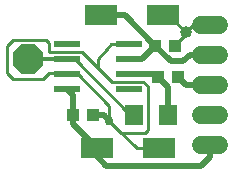
<source format=gbr>
G04 EAGLE Gerber RS-274X export*
G75*
%MOMM*%
%FSLAX34Y34*%
%LPD*%
%INTop Copper*%
%IPPOS*%
%AMOC8*
5,1,8,0,0,1.08239X$1,22.5*%
G01*
%ADD10R,2.750000X1.800000*%
%ADD11R,1.100000X1.000000*%
%ADD12R,1.000000X1.100000*%
%ADD13R,2.209800X0.609600*%
%ADD14C,1.524000*%
%ADD15R,1.600000X1.803000*%
%ADD16P,2.749271X8X22.500000*%
%ADD17C,0.508000*%
%ADD18C,0.254000*%
%ADD19C,0.756400*%
%ADD20C,1.016000*%
%ADD21C,0.355600*%


D10*
X95035Y135255D03*
X147535Y135255D03*
X91225Y22225D03*
X143725Y22225D03*
D11*
X140725Y109220D03*
X157725Y109220D03*
X70875Y50165D03*
X87875Y50165D03*
D12*
X143265Y82550D03*
X160265Y82550D03*
D13*
X65913Y110490D03*
X118237Y110490D03*
X65913Y97790D03*
X65913Y85090D03*
X118237Y97790D03*
X118237Y85090D03*
X65913Y72390D03*
X118237Y72390D03*
D14*
X179705Y127000D02*
X194945Y127000D01*
X194945Y101600D02*
X179705Y101600D01*
X179705Y76200D02*
X194945Y76200D01*
X194945Y50800D02*
X179705Y50800D01*
X179705Y25400D02*
X194945Y25400D01*
D15*
X122940Y50800D03*
X151380Y50800D03*
D16*
X33020Y97790D03*
D17*
X151380Y74435D02*
X151380Y50800D01*
X151380Y74435D02*
X143265Y82550D01*
D18*
X140725Y85090D01*
D17*
X118237Y85090D01*
D18*
X118237Y97790D02*
X113030Y97790D01*
D17*
X118237Y97790D02*
X129295Y97790D01*
X140725Y109220D01*
X170355Y101600D02*
X187325Y101600D01*
X170355Y101600D02*
X164593Y95838D01*
X154107Y95838D01*
X140725Y109220D01*
X114690Y135255D02*
X95035Y135255D01*
X114690Y135255D02*
X140725Y109220D01*
D18*
X128370Y7620D02*
X128607Y7383D01*
D17*
X128370Y7620D02*
X99060Y7620D01*
X187325Y15240D02*
X187325Y25400D01*
X187325Y15240D02*
X179468Y7383D01*
X128607Y7383D01*
X99060Y7620D02*
X91225Y15455D01*
D18*
X91225Y22225D01*
D17*
X70875Y42575D01*
X70875Y50165D01*
X70875Y67428D01*
X65913Y72390D01*
D18*
X65913Y85090D02*
X74930Y85090D01*
X101600Y58420D01*
X103730Y78740D02*
X130654Y78740D01*
X103730Y78740D02*
X92505Y89965D01*
X78330Y104140D01*
X130654Y78740D02*
X134242Y75152D01*
X92505Y89965D02*
X92505Y97867D01*
X99470Y106680D01*
D19*
X101600Y45720D03*
D17*
X97155Y50165D02*
X87875Y50165D01*
X97155Y50165D02*
X101600Y45720D01*
D18*
X134242Y37722D02*
X134242Y75152D01*
X134242Y37722D02*
X132080Y35560D01*
X111760Y35560D01*
X101600Y45720D01*
X101600Y58420D01*
X99470Y106680D02*
X103280Y110490D01*
X118237Y110490D01*
X125095Y22225D02*
X143725Y22225D01*
X125095Y22225D02*
X101600Y45720D01*
D20*
X166370Y120650D03*
D18*
X151765Y135255D02*
X147535Y135255D01*
X151765Y135255D02*
X166370Y120650D01*
X172720Y127000D02*
X187325Y127000D01*
X172720Y127000D02*
X166370Y120650D01*
X50800Y111760D02*
X50800Y104140D01*
X50800Y111760D02*
X48260Y114300D01*
X20320Y114300D01*
X15240Y109220D02*
X15240Y86360D01*
X20320Y81280D01*
X45720Y81280D01*
X50800Y86360D01*
X64643Y86360D01*
X65913Y85090D01*
X78330Y104140D02*
X50800Y104140D01*
X20320Y114300D02*
X15240Y109220D01*
X157734Y109728D02*
X166878Y118872D01*
X157734Y109728D02*
X157725Y109220D01*
X166878Y118872D02*
X166370Y120650D01*
X72390Y97790D02*
X65913Y97790D01*
X72390Y97790D02*
X119380Y50800D01*
X122940Y50800D01*
D21*
X65913Y97790D02*
X33020Y97790D01*
D17*
X166615Y76200D02*
X187325Y76200D01*
X166615Y76200D02*
X160265Y82550D01*
M02*

</source>
